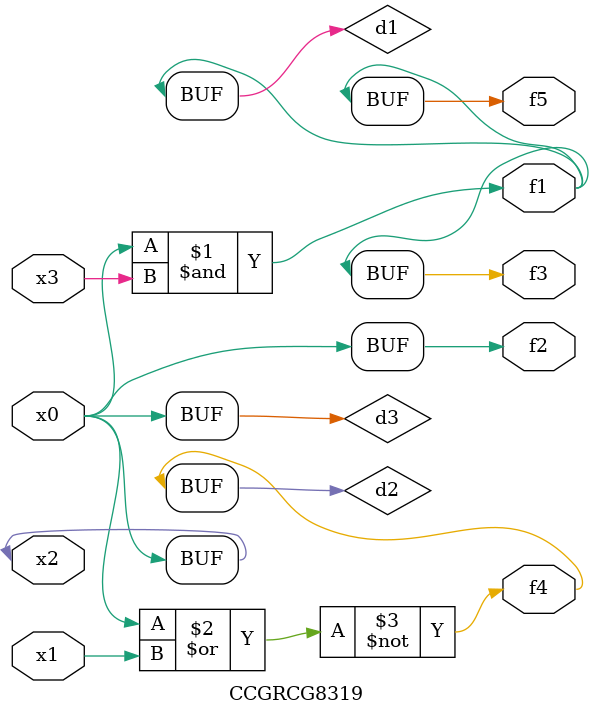
<source format=v>
module CCGRCG8319(
	input x0, x1, x2, x3,
	output f1, f2, f3, f4, f5
);

	wire d1, d2, d3;

	and (d1, x2, x3);
	nor (d2, x0, x1);
	buf (d3, x0, x2);
	assign f1 = d1;
	assign f2 = d3;
	assign f3 = d1;
	assign f4 = d2;
	assign f5 = d1;
endmodule

</source>
